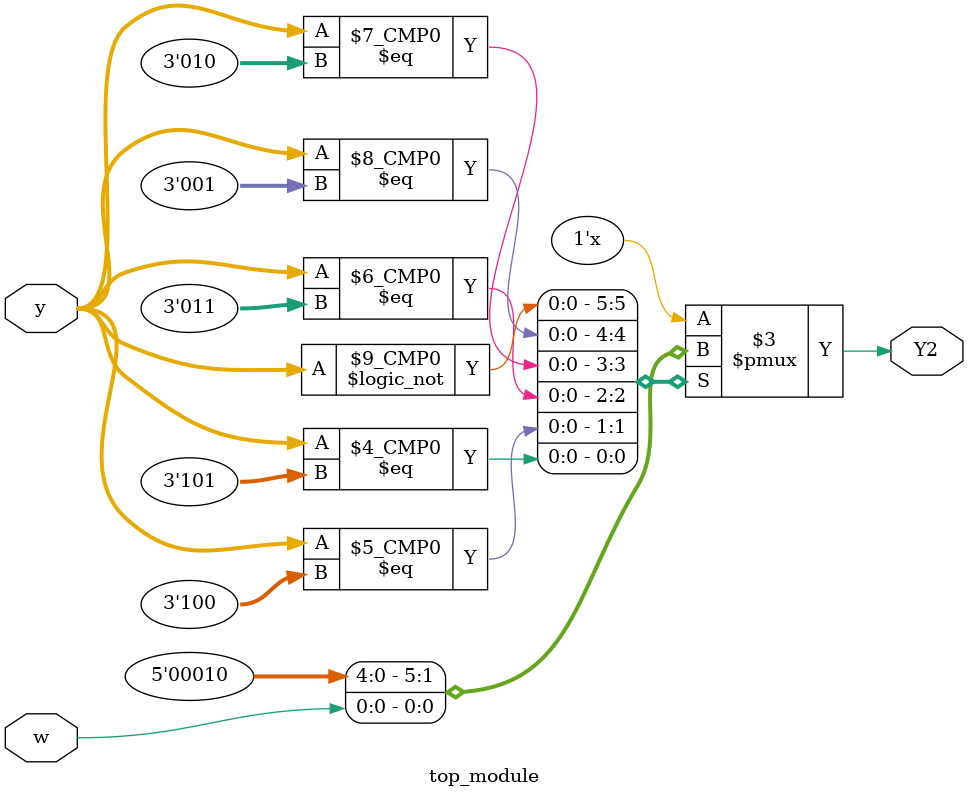
<source format=sv>
module top_module(
    input [3:1] y,
    input w,
    output reg Y2
);

always @(*) begin
    case (y)
        3'b000: Y2 = 1'b0;  // state A
        3'b001: Y2 = 1'b0;  // state B
        3'b010: Y2 = 1'b0;  // state C
        3'b011: Y2 = 1'b1;  // state D
        3'b100: Y2 = 1'b0;  // state E
        3'b101: Y2 = w;     // state F
        default: Y2 = 1'bx;
    endcase
end

endmodule

</source>
